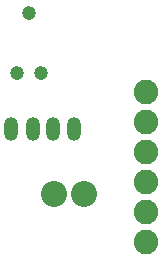
<source format=gbs>
G04*
G04 #@! TF.GenerationSoftware,Altium Limited,Altium Designer,24.5.2 (23)*
G04*
G04 Layer_Color=16711935*
%FSLAX44Y44*%
%MOMM*%
G71*
G04*
G04 #@! TF.SameCoordinates,BE35229C-549D-48B9-91BF-C474063EA1A8*
G04*
G04*
G04 #@! TF.FilePolarity,Negative*
G04*
G01*
G75*
%ADD18C,2.0828*%
%ADD19C,2.2032*%
%ADD20O,1.2032X2.0032*%
%ADD21C,1.1938*%
D18*
X315000Y14000D02*
D03*
Y39400D02*
D03*
Y64800D02*
D03*
Y90200D02*
D03*
Y115600D02*
D03*
Y141000D02*
D03*
D19*
X262700Y55000D02*
D03*
X237300D02*
D03*
D20*
X201000Y110000D02*
D03*
X254000D02*
D03*
X237000D02*
D03*
X220000D02*
D03*
D21*
X206190Y157300D02*
D03*
X226510D02*
D03*
X216350Y208100D02*
D03*
M02*

</source>
